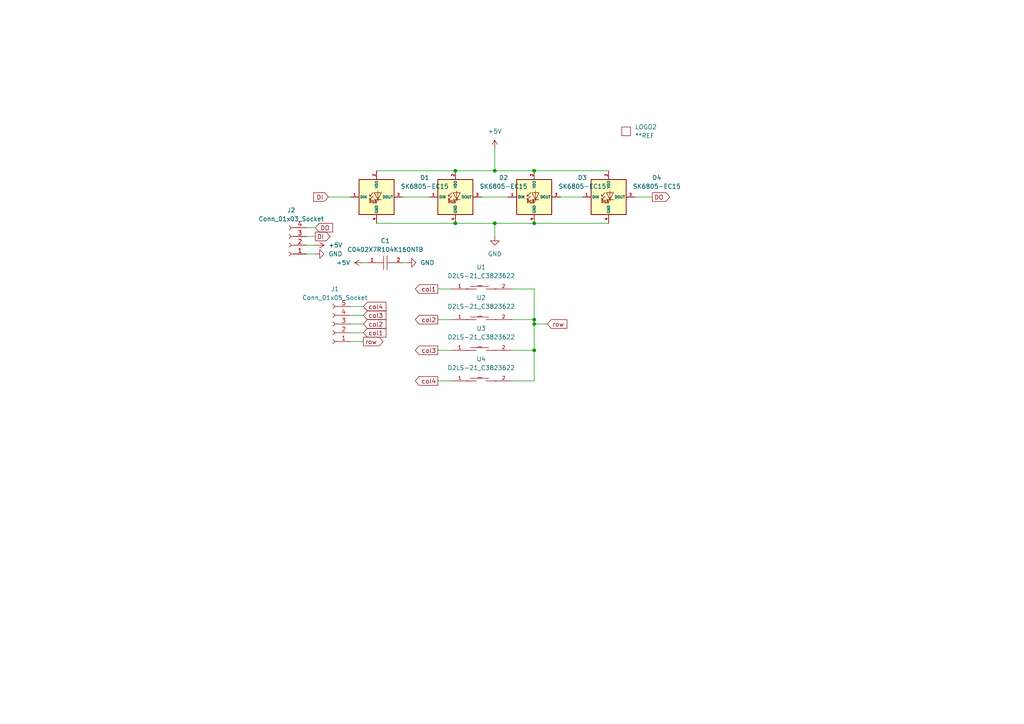
<source format=kicad_sch>
(kicad_sch (version 20231120) (generator "eeschema") (generator_version "8.0")
  (paper "A4")
  (lib_symbols
    (symbol "Connector:Conn_01x04_Socket" (pin_names (offset 1.016) hide)
      (property "Reference" "J" (at 0 5.08 0))
      (property "Value" "Conn_01x04_Socket" (at 0 -7.62 0))
      (symbol "Conn_01x04_Socket_1_1"
        (arc (start 0 -4.572) (mid -0.5058 -5.08) (end 0 -5.588) (stroke (width 0.1524)))
        (arc (start 0 -2.032) (mid -0.5058 -2.54) (end 0 -3.048) (stroke (width 0.1524)))
        (polyline (pts (xy -1.27 -5.08) (xy -0.508 -5.08)) (stroke (width 0.1524)))
        (polyline (pts (xy -1.27 -2.54) (xy -0.508 -2.54)) (stroke (width 0.1524)))
        (polyline (pts (xy -1.27 0) (xy -0.508 0)) (stroke (width 0.1524)))
        (polyline (pts (xy -1.27 2.54) (xy -0.508 2.54)) (stroke (width 0.1524)))
        (arc (start 0 0.508) (mid -0.5058 0) (end 0 -0.508) (stroke (width 0.1524)))
        (arc (start 0 3.048) (mid -0.5058 2.54) (end 0 2.032) (stroke (width 0.1524)))
        (pin passive line (at -5.08 2.54 0) (length 3.81) (name "Pin_1") (number "1"))
        (pin passive line (at -5.08 0 0) (length 3.81) (name "Pin_2") (number "2"))
        (pin passive line (at -5.08 -2.54 0) (length 3.81) (name "Pin_3") (number "3"))
        (pin passive line (at -5.08 -5.08 0) (length 3.81) (name "Pin_4") (number "4"))
      )
    )
    (symbol "Connector:Conn_01x05_Socket" (pin_names (offset 1.016) hide)
      (property "Reference" "J" (at 0 7.62 0))
      (property "Value" "Conn_01x05_Socket" (at 0 -7.62 0))
      (symbol "Conn_01x05_Socket_1_1"
        (arc (start 0 -4.572) (mid -0.5058 -5.08) (end 0 -5.588) (stroke (width 0.1524)))
        (arc (start 0 -2.032) (mid -0.5058 -2.54) (end 0 -3.048) (stroke (width 0.1524)))
        (polyline (pts (xy -1.27 -5.08) (xy -0.508 -5.08)) (stroke (width 0.1524)))
        (polyline (pts (xy -1.27 -2.54) (xy -0.508 -2.54)) (stroke (width 0.1524)))
        (polyline (pts (xy -1.27 0) (xy -0.508 0)) (stroke (width 0.1524)))
        (polyline (pts (xy -1.27 2.54) (xy -0.508 2.54)) (stroke (width 0.1524)))
        (polyline (pts (xy -1.27 5.08) (xy -0.508 5.08)) (stroke (width 0.1524)))
        (arc (start 0 0.508) (mid -0.5058 0) (end 0 -0.508) (stroke (width 0.1524)))
        (arc (start 0 3.048) (mid -0.5058 2.54) (end 0 2.032) (stroke (width 0.1524)))
        (arc (start 0 5.588) (mid -0.5058 5.08) (end 0 4.572) (stroke (width 0.1524)))
        (pin passive line (at -5.08 5.08 0) (length 3.81) (name "Pin_1") (number "1"))
        (pin passive line (at -5.08 2.54 0) (length 3.81) (name "Pin_2") (number "2"))
        (pin passive line (at -5.08 0 0) (length 3.81) (name "Pin_3") (number "3"))
        (pin passive line (at -5.08 -2.54 0) (length 3.81) (name "Pin_4") (number "4"))
        (pin passive line (at -5.08 -5.08 0) (length 3.81) (name "Pin_5") (number "5"))
      )
    )
    (symbol "ct-kicad:B3U-1000P" (pin_names hide)
      (property "Reference" "KEY" (at 0 1.27 0))
      (property "Value" "B3U-1000P" (at 0 -2.54 0))
      (symbol "B3U-1000P_0_1"
        (polyline (pts (xy -5.842 0) (xy -2.794 0)))
        (polyline (pts (xy -4.572 0.762) (xy 0.762 0.762)))
        (polyline (pts (xy 0 0) (xy 3.048 0)))
        (polyline (pts (xy -2.286 0.762) (xy -2.286 1.016) (xy -1.27 1.016) (xy -1.27 0.762)))
        (pin unspecified line (at -10.16 0 0) (length 5.08) (name "1") (number "1"))
        (pin unspecified line (at 7.62 0 180) (length 5.08) (name "2") (number "2"))
      )
    )
    (symbol "ct-kicad:C0402X7R104K160NTB" (pin_names hide)
      (property "Reference" "C" (at 0 1.27 0))
      (property "Value" "C0402X7R104K160NTB" (at 0 -2.54 0))
      (symbol "C0402X7R104K160NTB_0_1"
        (polyline (pts (xy -2.032 0.508) (xy 2.032 0.508)))
        (polyline (pts (xy 0 -0.508) (xy 0 -2.54)))
        (polyline (pts (xy 0 2.54) (xy 0 0.508)))
        (polyline (pts (xy 2.032 -0.508) (xy -2.032 -0.508)))
        (pin unspecified line (at 0 -5.08 90) (length 2.54) (name "1") (number "1"))
        (pin unspecified line (at 0 5.08 270) (length 2.54) (name "2") (number "2"))
      )
    )
    (symbol "ct-kicad:SK6805-EC15" (pin_names (offset 0.254))
      (property "Reference" "D3" (at 14.605 5.08 0))
      (property "Value" "SK6805-EC15" (at 0.635 11.43 0))
      (symbol "SK6805-EC15_0_0"
        (text "RGB" (at -1.016 -1.397 0) (effects (font (size 0.762 0.762))))
      )
      (symbol "SK6805-EC15_0_1"
        (polyline (pts (xy -2.032 -0.762) (xy -1.524 -0.762)))
        (polyline (pts (xy -2.032 0.254) (xy -1.524 0.254)))
        (polyline (pts (xy 1.397 -0.762) (xy -0.635 -0.762)))
        (polyline (pts (xy -1.016 0.254) (xy -2.032 -0.762) (xy -2.032 -0.254)))
        (polyline (pts (xy -1.016 1.27) (xy -2.032 0.254) (xy -2.032 0.762)))
        (polyline (pts (xy 0.381 1.778) (xy 0.381 -0.762) (xy 0.381 -1.27)))
        (polyline (pts (xy 1.397 1.27) (xy -0.635 1.27) (xy 0.381 -0.762) (xy 1.397 1.27)))
        (rectangle (start 5.08 5.08) (end -5.08 -5.08) (stroke (width 0.254)) (fill (type background)))
      )
      (symbol "SK6805-EC15_1_1"
        (pin input line (at -7.62 0 0) (length 2.54) (name "DIN") (number "1"))
        (pin power_in line (at 0 7.62 270) (length 2.54) (name "VDD") (number "2"))
        (pin output line (at 7.62 0 180) (length 2.54) (name "DOUT") (number "3"))
        (pin power_in line (at 0 -7.62 90) (length 2.54) (name "GND") (number "4"))
      )
    )
    (symbol "ct-kicad:awesome-logo" (in_bom no)
      (property "Reference" "LOGO" (at 0 0 0))
      (property "Value" "**REF" (at 0 0 0))
      (symbol "awesome-logo_0_1"
        (rectangle (start -1.27 1.27) (end 1.27 -1.27))
      )
    )
    (symbol "power:+5V" (power) (pin_numbers hide) (pin_names (offset 0) hide)
      (property "Value" "+5V" (at 0 3.556 0))
      (symbol "+5V_0_1"
        (polyline (pts (xy -0.762 1.27) (xy 0 2.54)))
        (polyline (pts (xy 0 0) (xy 0 2.54)))
        (polyline (pts (xy 0 2.54) (xy 0.762 1.27)))
      )
      (symbol "+5V_1_1"
        (pin power_in line (at 0 0 90) (length 0) (name "~") (number "1"))
      )
    )
    (symbol "power:GND" (power) (pin_numbers hide) (pin_names (offset 0) hide)
      (property "Value" "GND" (at 0 -3.81 0))
      (symbol "GND_0_1"
        (polyline (pts (xy 0 0) (xy 0 -1.27) (xy 1.27 -1.27) (xy 0 -2.54) (xy -1.27 -1.27) (xy 0 -1.27)))
      )
      (symbol "GND_1_1"
        (pin power_in line (at 0 0 270) (length 0) (name "~") (number "1"))
      )
    )
  )
  (junction (at 143.51 64.77))
  (junction (at 132.08 64.77))
  (junction (at 154.94 64.77))
  (junction (at 143.51 49.53))
  (junction (at 154.94 92.71))
  (junction (at 154.94 93.98))
  (junction (at 132.08 49.53))
  (junction (at 154.94 101.6))
  (junction (at 154.94 49.53))
  (wire (pts (xy 127 83.82) (xy 130.81 83.82)))
  (wire (pts (xy 88.9 66.04) (xy 91.44 66.04)))
  (wire (pts (xy 101.6 99.06) (xy 105.41 99.06)))
  (wire (pts (xy 143.51 64.77) (xy 154.94 64.77)))
  (wire (pts (xy 148.59 110.49) (xy 154.94 110.49)))
  (wire (pts (xy 101.6 93.98) (xy 105.41 93.98)))
  (wire (pts (xy 154.94 92.71) (xy 154.94 93.98)))
  (wire (pts (xy 127 92.71) (xy 130.81 92.71)))
  (wire (pts (xy 139.7 57.15) (xy 147.32 57.15)))
  (wire (pts (xy 154.94 49.53) (xy 176.53 49.53)))
  (wire (pts (xy 88.9 71.12) (xy 91.44 71.12)))
  (wire (pts (xy 148.59 83.82) (xy 154.94 83.82)))
  (wire (pts (xy 154.94 83.82) (xy 154.94 92.71)))
  (wire (pts (xy 109.22 64.77) (xy 132.08 64.77)))
  (wire (pts (xy 101.6 91.44) (xy 105.41 91.44)))
  (wire (pts (xy 154.94 93.98) (xy 158.75 93.98)))
  (wire (pts (xy 154.94 64.77) (xy 176.53 64.77)))
  (wire (pts (xy 116.84 76.2) (xy 118.11 76.2)))
  (wire (pts (xy 88.9 73.66) (xy 91.44 73.66)))
  (wire (pts (xy 132.08 64.77) (xy 143.51 64.77)))
  (wire (pts (xy 101.6 88.9) (xy 105.41 88.9)))
  (wire (pts (xy 132.08 49.53) (xy 143.51 49.53)))
  (wire (pts (xy 148.59 101.6) (xy 154.94 101.6)))
  (wire (pts (xy 101.6 96.52) (xy 105.41 96.52)))
  (wire (pts (xy 143.51 49.53) (xy 143.51 43.18)))
  (wire (pts (xy 127 110.49) (xy 130.81 110.49)))
  (wire (pts (xy 162.56 57.15) (xy 168.91 57.15)))
  (wire (pts (xy 95.25 57.15) (xy 101.6 57.15)))
  (wire (pts (xy 88.9 68.58) (xy 91.44 68.58)))
  (wire (pts (xy 109.22 49.53) (xy 132.08 49.53)))
  (wire (pts (xy 154.94 101.6) (xy 154.94 93.98)))
  (wire (pts (xy 143.51 64.77) (xy 143.51 68.58)))
  (wire (pts (xy 116.84 57.15) (xy 124.46 57.15)))
  (wire (pts (xy 127 101.6) (xy 130.81 101.6)))
  (wire (pts (xy 143.51 49.53) (xy 154.94 49.53)))
  (wire (pts (xy 184.15 57.15) (xy 189.23 57.15)))
  (wire (pts (xy 148.59 92.71) (xy 154.94 92.71)))
  (wire (pts (xy 105.41 76.2) (xy 106.68 76.2)))
  (wire (pts (xy 154.94 110.49) (xy 154.94 101.6)))
  (global_label "row" (shape output) (at 105.41 99.06 0) (property "Intersheetrefs" "${INTERSHEET_REFS}" (effects (hide yes))))
  (global_label "col3" (shape output) (at 127 101.6 180) (property "Intersheetrefs" "${INTERSHEET_REFS}" (effects (hide yes))))
  (global_label "col2" (shape output) (at 127 92.71 180) (property "Intersheetrefs" "${INTERSHEET_REFS}" (effects (hide yes))))
  (global_label "col1" (shape output) (at 127 83.82 180) (property "Intersheetrefs" "${INTERSHEET_REFS}" (effects (hide yes))))
  (global_label "col2" (shape input) (at 105.41 93.98 0) (property "Intersheetrefs" "${INTERSHEET_REFS}" (effects (hide yes))))
  (global_label "col4" (shape output) (at 127 110.49 180) (property "Intersheetrefs" "${INTERSHEET_REFS}" (effects (hide yes))))
  (global_label "DI" (shape input) (at 95.25 57.15 180) (property "Intersheetrefs" "${INTERSHEET_REFS}" (effects (hide yes))))
  (global_label "col3" (shape input) (at 105.41 91.44 0) (property "Intersheetrefs" "${INTERSHEET_REFS}" (effects (hide yes))))
  (global_label "DI" (shape output) (at 91.44 68.58 0) (property "Intersheetrefs" "${INTERSHEET_REFS}" (effects (hide yes))))
  (global_label "col1" (shape input) (at 105.41 96.52 0) (property "Intersheetrefs" "${INTERSHEET_REFS}" (effects (hide yes))))
  (global_label "row" (shape input) (at 158.75 93.98 0) (property "Intersheetrefs" "${INTERSHEET_REFS}" (effects (hide yes))))
  (global_label "DO" (shape input) (at 91.44 66.04 0) (property "Intersheetrefs" "${INTERSHEET_REFS}" (effects (hide yes))))
  (global_label "col4" (shape input) (at 105.41 88.9 0) (property "Intersheetrefs" "${INTERSHEET_REFS}" (effects (hide yes))))
  (global_label "DO" (shape output) (at 189.23 57.15 0) (property "Intersheetrefs" "${INTERSHEET_REFS}" (effects (hide yes))))
  (symbol (lib_id "ct-kicad:B3U-1000P") (at 140.97 92.71 0) (unit 1)
    (property "Reference" "U2" (at 139.573 86.36 0))
    (property "Value" "D2LS-21_C3823622" (at 139.573 88.9 0))
    (property "Footprint" "ct-kicad:KEY-SMD_B3U-1000PM" (effects (hide yes)))
    (property "Datasheet" "https://item.szlcsc.com/260788.html" (effects (hide yes)))
    (property "LCSC" "C231329" (effects (hide yes)))
  )
  (symbol (lib_id "ct-kicad:C0402X7R104K160NTB") (at 111.76 76.2 270) (unit 1)
    (property "Reference" "C1" (at 111.76 69.85 90))
    (property "Value" "C0402X7R104K160NTB" (at 111.76 72.39 90))
    (property "Footprint" "ct-kicad:C0402" (effects (hide yes)))
    (property "Datasheet" "https://item.szlcsc.com/15869.html" (effects (hide yes)))
    (property "LCSC" "C115671" (effects (hide yes)))
  )
  (symbol (lib_id "ct-kicad:awesome-logo") (at 181.61 38.1 0) (unit 1) (in_bom no)
    (property "Reference" "LOGO2" (at 184.15 36.8299 0) (effects (justify left)))
    (property "Value" "**REF" (at 184.15 39.3699 0) (effects (justify left)))
    (property "Footprint" "ct-kicad:awesome-logo" (effects (hide yes)))
    (property "Description" "the crazymittens logo" (effects (hide yes)))
  )
  (symbol (lib_id "power:GND") (at 91.44 73.66 90) (unit 1)
    (property "Reference" "#PWR04" (effects (hide yes)))
    (property "Value" "GND" (at 95.25 73.6599 90) (effects (justify right)))
    (property "Description" "Power symbol creates a global label with name \"GND\" , ground" (effects (hide yes)))
  )
  (symbol (lib_id "power:+5V") (at 105.41 76.2 90) (unit 1)
    (property "Reference" "#PWR05" (effects (hide yes)))
    (property "Value" "+5V" (at 101.6 76.1999 90) (effects (justify left)))
    (property "Description" "Power symbol creates a global label with name \"+5V\"" (effects (hide yes)))
  )
  (symbol (lib_id "ct-kicad:SK6805-EC15") (at 176.53 57.15 0) (unit 1)
    (property "Reference" "D4" (at 190.5 51.5298 0))
    (property "Value" "SK6805-EC15" (at 190.5 54.0698 0))
    (property "Footprint" "ct-kicad:LED_dilemma_SK6805-EC15_1.5x1.5mm_P0.6mm_handsolder" (effects (hide yes)))
    (property "Datasheet" "https://datasheet.lcsc.com/lcsc/2108251530_OPSCO-Optoelectronics-SK6805-EC15_C2890035.pdf" (effects (hide yes)))
    (property "MFN" "Dongguan Opsco Optoelectronics" (effects (hide yes)))
    (property "MPN" "SK6805-EC15" (effects (hide yes)))
    (property "PKG" "SK6805-EC15" (effects (hide yes)))
    (property "LCSC" "C2890035" (effects (hide yes)))
  )
  (symbol (lib_id "ct-kicad:SK6805-EC15") (at 154.94 57.15 0) (unit 1)
    (property "Reference" "D3" (at 168.91 51.5298 0))
    (property "Value" "SK6805-EC15" (at 168.91 54.0698 0))
    (property "Footprint" "ct-kicad:LED_dilemma_SK6805-EC15_1.5x1.5mm_P0.6mm_handsolder" (effects (hide yes)))
    (property "Datasheet" "https://datasheet.lcsc.com/lcsc/2108251530_OPSCO-Optoelectronics-SK6805-EC15_C2890035.pdf" (effects (hide yes)))
    (property "MFN" "Dongguan Opsco Optoelectronics" (effects (hide yes)))
    (property "MPN" "SK6805-EC15" (effects (hide yes)))
    (property "PKG" "SK6805-EC15" (effects (hide yes)))
    (property "LCSC" "C2890035" (effects (hide yes)))
  )
  (symbol (lib_id "power:+5V") (at 91.44 71.12 270) (unit 1)
    (property "Reference" "#PWR03" (effects (hide yes)))
    (property "Value" "+5V" (at 95.25 71.1199 90) (effects (justify left)))
    (property "Description" "Power symbol creates a global label with name \"+5V\"" (effects (hide yes)))
  )
  (symbol (lib_id "Connector:Conn_01x05_Socket") (at 96.52 93.98 180) (unit 1) (in_bom no)
    (property "Reference" "J1" (at 97.155 83.82 0))
    (property "Value" "Conn_01x05_Socket" (at 97.155 86.36 0))
    (property "Footprint" "Connector_PinSocket_2.54mm:PinSocket_1x05_P2.54mm_Vertical" (effects (hide yes)))
    (property "Description" "Generic connector, single row, 01x05, script generated" (effects (hide yes)))
  )
  (symbol (lib_id "power:GND") (at 143.51 68.58 0) (unit 1)
    (property "Reference" "#PWR02" (effects (hide yes)))
    (property "Value" "GND" (at 143.51 73.66 0))
    (property "Description" "Power symbol creates a global label with name \"GND\" , ground" (effects (hide yes)))
  )
  (symbol (lib_id "power:+5V") (at 143.51 43.18 0) (unit 1)
    (property "Reference" "#PWR01" (effects (hide yes)))
    (property "Value" "+5V" (at 143.51 38.1 0))
    (property "Description" "Power symbol creates a global label with name \"+5V\"" (effects (hide yes)))
  )
  (symbol (lib_id "ct-kicad:B3U-1000P") (at 140.97 101.6 0) (unit 1)
    (property "Reference" "U3" (at 139.573 95.25 0))
    (property "Value" "D2LS-21_C3823622" (at 139.573 97.79 0))
    (property "Footprint" "ct-kicad:KEY-SMD_B3U-1000PM" (effects (hide yes)))
    (property "Datasheet" "https://item.szlcsc.com/260788.html" (effects (hide yes)))
    (property "LCSC" "C231329" (effects (hide yes)))
  )
  (symbol (lib_id "ct-kicad:SK6805-EC15") (at 109.22 57.15 0) (unit 1)
    (property "Reference" "D1" (at 123.19 51.5298 0))
    (property "Value" "SK6805-EC15" (at 123.19 54.0698 0))
    (property "Footprint" "ct-kicad:LED_dilemma_SK6805-EC15_1.5x1.5mm_P0.6mm_handsolder" (effects (hide yes)))
    (property "Datasheet" "https://datasheet.lcsc.com/lcsc/2108251530_OPSCO-Optoelectronics-SK6805-EC15_C2890035.pdf" (effects (hide yes)))
    (property "MFN" "Dongguan Opsco Optoelectronics" (effects (hide yes)))
    (property "MPN" "SK6805-EC15" (effects (hide yes)))
    (property "PKG" "SK6805-EC15" (effects (hide yes)))
    (property "LCSC" "C2890035" (effects (hide yes)))
  )
  (symbol (lib_id "ct-kicad:B3U-1000P") (at 140.97 83.82 0) (unit 1)
    (property "Reference" "U1" (at 139.573 77.47 0))
    (property "Value" "D2LS-21_C3823622" (at 139.573 80.01 0))
    (property "Footprint" "ct-kicad:KEY-SMD_B3U-1000PM" (effects (hide yes)))
    (property "Datasheet" "https://item.szlcsc.com/260788.html" (effects (hide yes)))
    (property "LCSC" "C231329" (effects (hide yes)))
  )
  (symbol (lib_id "ct-kicad:SK6805-EC15") (at 132.08 57.15 0) (unit 1)
    (property "Reference" "D2" (at 146.05 51.5298 0))
    (property "Value" "SK6805-EC15" (at 146.05 54.0698 0))
    (property "Footprint" "ct-kicad:LED_dilemma_SK6805-EC15_1.5x1.5mm_P0.6mm_handsolder" (effects (hide yes)))
    (property "Datasheet" "https://datasheet.lcsc.com/lcsc/2108251530_OPSCO-Optoelectronics-SK6805-EC15_C2890035.pdf" (effects (hide yes)))
    (property "MFN" "Dongguan Opsco Optoelectronics" (effects (hide yes)))
    (property "MPN" "SK6805-EC15" (effects (hide yes)))
    (property "PKG" "SK6805-EC15" (effects (hide yes)))
    (property "LCSC" "C2890035" (effects (hide yes)))
  )
  (symbol (lib_id "ct-kicad:B3U-1000P") (at 140.97 110.49 0) (unit 1)
    (property "Reference" "U4" (at 139.573 104.14 0))
    (property "Value" "D2LS-21_C3823622" (at 139.573 106.68 0))
    (property "Footprint" "ct-kicad:KEY-SMD_B3U-1000PM" (effects (hide yes)))
    (property "Datasheet" "https://item.szlcsc.com/260788.html" (effects (hide yes)))
    (property "LCSC" "C231329" (effects (hide yes)))
  )
  (symbol (lib_id "Connector:Conn_01x04_Socket") (at 83.82 71.12 180) (unit 1)
    (property "Reference" "J2" (at 84.455 60.96 0))
    (property "Value" "Conn_01x03_Socket" (at 84.455 63.5 0))
    (property "Footprint" "Connector_PinSocket_2.54mm:PinSocket_1x04_P2.54mm_Vertical" (effects (hide yes)))
    (property "Description" "Generic connector, single row, 01x04, script generated" (effects (hide yes)))
  )
  (symbol (lib_id "power:GND") (at 118.11 76.2 90) (unit 1)
    (property "Reference" "#PWR06" (effects (hide yes)))
    (property "Value" "GND" (at 121.92 76.1999 90) (effects (justify right)))
    (property "Description" "Power symbol creates a global label with name \"GND\" , ground" (effects (hide yes)))
  )
)
</source>
